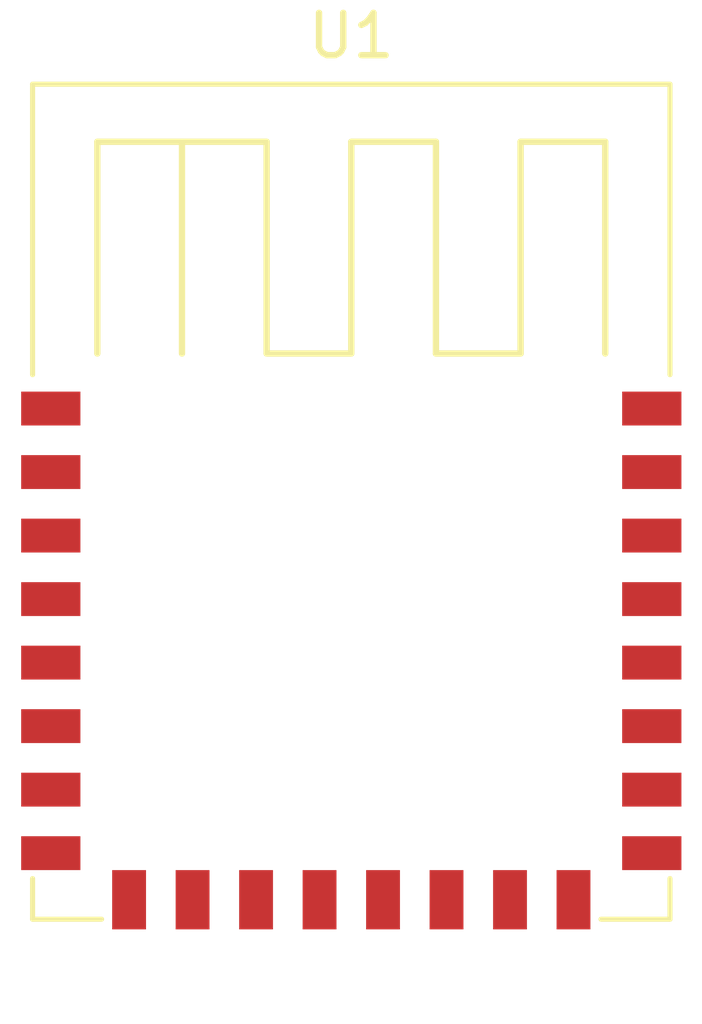
<source format=kicad_pcb>
(kicad_pcb (version 20171130) (host pcbnew "(5.0.2)-1")

  (general
    (thickness 1.6)
    (drawings 0)
    (tracks 0)
    (zones 0)
    (modules 1)
    (nets 23)
  )

  (page A4)
  (layers
    (0 F.Cu signal)
    (31 B.Cu signal)
    (32 B.Adhes user)
    (33 F.Adhes user)
    (34 B.Paste user)
    (35 F.Paste user)
    (36 B.SilkS user)
    (37 F.SilkS user)
    (38 B.Mask user)
    (39 F.Mask user)
    (40 Dwgs.User user)
    (41 Cmts.User user)
    (42 Eco1.User user)
    (43 Eco2.User user)
    (44 Edge.Cuts user)
    (45 Margin user)
    (46 B.CrtYd user)
    (47 F.CrtYd user)
    (48 B.Fab user)
    (49 F.Fab user)
  )

  (setup
    (last_trace_width 0.25)
    (trace_clearance 0.2)
    (zone_clearance 0.508)
    (zone_45_only no)
    (trace_min 0.2)
    (segment_width 0.2)
    (edge_width 0.15)
    (via_size 0.8)
    (via_drill 0.4)
    (via_min_size 0.4)
    (via_min_drill 0.3)
    (uvia_size 0.3)
    (uvia_drill 0.1)
    (uvias_allowed no)
    (uvia_min_size 0.2)
    (uvia_min_drill 0.1)
    (pcb_text_width 0.3)
    (pcb_text_size 1.5 1.5)
    (mod_edge_width 0.15)
    (mod_text_size 1 1)
    (mod_text_width 0.15)
    (pad_size 1.524 1.524)
    (pad_drill 0.762)
    (pad_to_mask_clearance 0.051)
    (solder_mask_min_width 0.25)
    (aux_axis_origin 0 0)
    (visible_elements FFFFFF7F)
    (pcbplotparams
      (layerselection 0x010fc_ffffffff)
      (usegerberextensions false)
      (usegerberattributes false)
      (usegerberadvancedattributes false)
      (creategerberjobfile false)
      (excludeedgelayer true)
      (linewidth 0.100000)
      (plotframeref false)
      (viasonmask false)
      (mode 1)
      (useauxorigin false)
      (hpglpennumber 1)
      (hpglpenspeed 20)
      (hpglpendiameter 15.000000)
      (psnegative false)
      (psa4output false)
      (plotreference true)
      (plotvalue true)
      (plotinvisibletext false)
      (padsonsilk false)
      (subtractmaskfromsilk false)
      (outputformat 1)
      (mirror false)
      (drillshape 1)
      (scaleselection 1)
      (outputdirectory ""))
  )

  (net 0 "")
  (net 1 "Net-(U1-Pad1)")
  (net 2 "Net-(U1-Pad9)")
  (net 3 "Net-(U1-Pad24)")
  (net 4 "Net-(U1-Pad23)")
  (net 5 "Net-(U1-Pad2)")
  (net 6 "Net-(U1-Pad3)")
  (net 7 "Net-(U1-Pad22)")
  (net 8 "Net-(U1-Pad21)")
  (net 9 "Net-(U1-Pad20)")
  (net 10 "Net-(U1-Pad19)")
  (net 11 "Net-(U1-Pad6)")
  (net 12 "Net-(U1-Pad7)")
  (net 13 "Net-(U1-Pad18)")
  (net 14 "Net-(U1-Pad17)")
  (net 15 "Net-(U1-Pad8)")
  (net 16 "Net-(U1-Pad10)")
  (net 17 "Net-(U1-Pad11)")
  (net 18 "Net-(U1-Pad12)")
  (net 19 "Net-(U1-Pad13)")
  (net 20 "Net-(U1-Pad14)")
  (net 21 "Net-(U1-Pad15)")
  (net 22 "Net-(U1-Pad16)")

  (net_class Default "This is the default net class."
    (clearance 0.2)
    (trace_width 0.25)
    (via_dia 0.8)
    (via_drill 0.4)
    (uvia_dia 0.3)
    (uvia_drill 0.1)
    (add_net "Net-(U1-Pad1)")
    (add_net "Net-(U1-Pad10)")
    (add_net "Net-(U1-Pad11)")
    (add_net "Net-(U1-Pad12)")
    (add_net "Net-(U1-Pad13)")
    (add_net "Net-(U1-Pad14)")
    (add_net "Net-(U1-Pad15)")
    (add_net "Net-(U1-Pad16)")
    (add_net "Net-(U1-Pad17)")
    (add_net "Net-(U1-Pad18)")
    (add_net "Net-(U1-Pad19)")
    (add_net "Net-(U1-Pad2)")
    (add_net "Net-(U1-Pad20)")
    (add_net "Net-(U1-Pad21)")
    (add_net "Net-(U1-Pad22)")
    (add_net "Net-(U1-Pad23)")
    (add_net "Net-(U1-Pad24)")
    (add_net "Net-(U1-Pad3)")
    (add_net "Net-(U1-Pad6)")
    (add_net "Net-(U1-Pad7)")
    (add_net "Net-(U1-Pad8)")
    (add_net "Net-(U1-Pad9)")
  )

  (module JDY-08:JDY-08 (layer F.Cu) (tedit 59234490) (tstamp 5C8197F1)
    (at 61.468 122.936)
    (tags "JDY-08 BLE")
    (path /5C687508)
    (solder_mask_margin 0.2)
    (fp_text reference U1 (at 0 -11) (layer F.SilkS)
      (effects (font (size 1 1) (thickness 0.15)))
    )
    (fp_text value JDY-08 (at 0 11.5) (layer F.Fab)
      (effects (font (size 1 1) (thickness 0.15)))
    )
    (fp_line (start -8.25 -10.3) (end -8.25 10.5) (layer F.CrtYd) (width 0.1))
    (fp_line (start 8.25 -10.3) (end -8.25 -10.3) (layer F.CrtYd) (width 0.1))
    (fp_line (start 8.25 10.5) (end 8.25 -10.3) (layer F.CrtYd) (width 0.1))
    (fp_line (start -8.25 10.5) (end 8.25 10.5) (layer F.CrtYd) (width 0.1))
    (fp_line (start -4 -8.5) (end -4 -3.5) (layer F.SilkS) (width 0.15))
    (fp_line (start -6 -8.5) (end -6 -3.5) (layer F.SilkS) (width 0.15))
    (fp_line (start -2 -8.5) (end -6 -8.5) (layer F.SilkS) (width 0.15))
    (fp_line (start -2 -3.5) (end -2 -8.5) (layer F.SilkS) (width 0.15))
    (fp_line (start 0 -3.5) (end -2 -3.5) (layer F.SilkS) (width 0.15))
    (fp_line (start 0 -8.5) (end 0 -3.5) (layer F.SilkS) (width 0.15))
    (fp_line (start 2 -8.5) (end 0 -8.5) (layer F.SilkS) (width 0.15))
    (fp_line (start 2 -3.5) (end 2 -8.5) (layer F.SilkS) (width 0.15))
    (fp_line (start 4 -3.5) (end 2 -3.5) (layer F.SilkS) (width 0.15))
    (fp_line (start 4 -8.5) (end 4 -3.5) (layer F.SilkS) (width 0.15))
    (fp_line (start 6 -8.5) (end 4 -8.5) (layer F.SilkS) (width 0.15))
    (fp_line (start 6 -3.5) (end 6 -8.5) (layer F.SilkS) (width 0.15))
    (fp_line (start 7.53 9.86) (end 7.53 8.9) (layer F.SilkS) (width 0.12))
    (fp_line (start 5.9 9.86) (end 7.53 9.86) (layer F.SilkS) (width 0.12))
    (fp_line (start -7.53 9.86) (end -5.9 9.86) (layer F.SilkS) (width 0.12))
    (fp_line (start -7.53 8.9) (end -7.53 9.86) (layer F.SilkS) (width 0.12))
    (fp_line (start 7.53 -9.86) (end 7.53 -3) (layer F.SilkS) (width 0.12))
    (fp_line (start -7.53 -9.86) (end 7.53 -9.86) (layer F.SilkS) (width 0.12))
    (fp_line (start -7.53 -3) (end -7.53 -9.86) (layer F.SilkS) (width 0.12))
    (fp_line (start 7.47 -9.8) (end 7.47 9.8) (layer F.Fab) (width 0.1))
    (fp_line (start -7.47 -9.8) (end -7.47 9.8) (layer F.Fab) (width 0.1))
    (fp_line (start -7.47 9.8) (end 7.47 9.8) (layer F.Fab) (width 0.1))
    (fp_line (start -7.47 -9.8) (end 7.47 -9.8) (layer F.Fab) (width 0.1))
    (pad 1 smd rect (at -7.1 -2.2 180) (size 1.4 0.8) (layers F.Cu F.Paste F.Mask)
      (net 1 "Net-(U1-Pad1)"))
    (pad 9 smd rect (at -5.25 9.4 180) (size 0.8 1.4) (layers F.Cu F.Paste F.Mask)
      (net 2 "Net-(U1-Pad9)"))
    (pad 24 smd rect (at 7.1 -2.2 180) (size 1.4 0.8) (layers F.Cu F.Paste F.Mask)
      (net 3 "Net-(U1-Pad24)"))
    (pad 23 smd rect (at 7.1 -0.7 180) (size 1.4 0.8) (layers F.Cu F.Paste F.Mask)
      (net 4 "Net-(U1-Pad23)"))
    (pad 2 smd rect (at -7.1 -0.7 180) (size 1.4 0.8) (layers F.Cu F.Paste F.Mask)
      (net 5 "Net-(U1-Pad2)"))
    (pad 3 smd rect (at -7.1 0.8 180) (size 1.4 0.8) (layers F.Cu F.Paste F.Mask)
      (net 6 "Net-(U1-Pad3)"))
    (pad 22 smd rect (at 7.1 0.8 180) (size 1.4 0.8) (layers F.Cu F.Paste F.Mask)
      (net 7 "Net-(U1-Pad22)"))
    (pad 21 smd rect (at 7.1 2.3 180) (size 1.4 0.8) (layers F.Cu F.Paste F.Mask)
      (net 8 "Net-(U1-Pad21)"))
    (pad 4 smd rect (at -7.1 2.3 180) (size 1.4 0.8) (layers F.Cu F.Paste F.Mask))
    (pad 5 smd rect (at -7.1 3.8 180) (size 1.4 0.8) (layers F.Cu F.Paste F.Mask))
    (pad 20 smd rect (at 7.1 3.8 180) (size 1.4 0.8) (layers F.Cu F.Paste F.Mask)
      (net 9 "Net-(U1-Pad20)"))
    (pad 19 smd rect (at 7.1 5.3 180) (size 1.4 0.8) (layers F.Cu F.Paste F.Mask)
      (net 10 "Net-(U1-Pad19)"))
    (pad 6 smd rect (at -7.1 5.3 180) (size 1.4 0.8) (layers F.Cu F.Paste F.Mask)
      (net 11 "Net-(U1-Pad6)"))
    (pad 7 smd rect (at -7.1 6.8 180) (size 1.4 0.8) (layers F.Cu F.Paste F.Mask)
      (net 12 "Net-(U1-Pad7)"))
    (pad 18 smd rect (at 7.1 6.8 180) (size 1.4 0.8) (layers F.Cu F.Paste F.Mask)
      (net 13 "Net-(U1-Pad18)"))
    (pad 17 smd rect (at 7.1 8.3 180) (size 1.4 0.8) (layers F.Cu F.Paste F.Mask)
      (net 14 "Net-(U1-Pad17)"))
    (pad 8 smd rect (at -7.1 8.3 180) (size 1.4 0.8) (layers F.Cu F.Paste F.Mask)
      (net 15 "Net-(U1-Pad8)"))
    (pad 10 smd rect (at -3.75 9.4 180) (size 0.8 1.4) (layers F.Cu F.Paste F.Mask)
      (net 16 "Net-(U1-Pad10)"))
    (pad 11 smd rect (at -2.25 9.4 180) (size 0.8 1.4) (layers F.Cu F.Paste F.Mask)
      (net 17 "Net-(U1-Pad11)"))
    (pad 12 smd rect (at -0.75 9.4 180) (size 0.8 1.4) (layers F.Cu F.Paste F.Mask)
      (net 18 "Net-(U1-Pad12)"))
    (pad 13 smd rect (at 0.75 9.4 180) (size 0.8 1.4) (layers F.Cu F.Paste F.Mask)
      (net 19 "Net-(U1-Pad13)"))
    (pad 14 smd rect (at 2.25 9.4 180) (size 0.8 1.4) (layers F.Cu F.Paste F.Mask)
      (net 20 "Net-(U1-Pad14)"))
    (pad 15 smd rect (at 3.75 9.4 180) (size 0.8 1.4) (layers F.Cu F.Paste F.Mask)
      (net 21 "Net-(U1-Pad15)"))
    (pad 16 smd rect (at 5.25 9.4 180) (size 0.8 1.4) (layers F.Cu F.Paste F.Mask)
      (net 22 "Net-(U1-Pad16)"))
    (model "C:/Users/Ben/Documents/GitHub/KiCad Projects/libs/JDY-08/JDY-08..3dshapes/JDY-08.stp"
      (offset (xyz 0 -9.829799852371217 0))
      (scale (xyz 1 1 1))
      (rotate (xyz 0 0 0))
    )
  )

)

</source>
